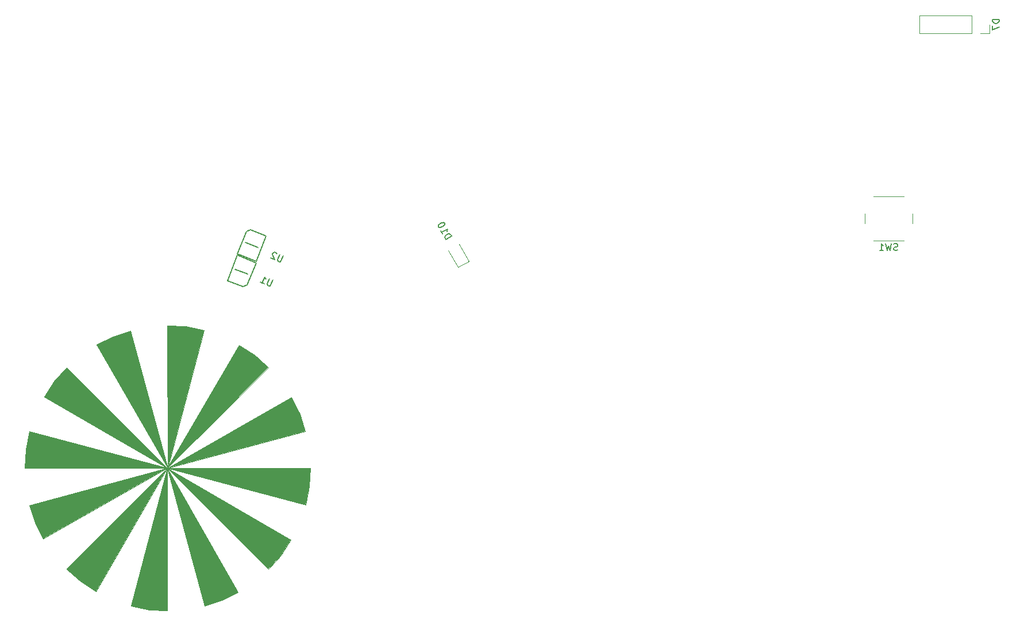
<source format=gbr>
G04 #@! TF.GenerationSoftware,KiCad,Pcbnew,(5.1.5-0-10_14)*
G04 #@! TF.CreationDate,2019-12-30T19:25:45+01:00*
G04 #@! TF.ProjectId,ErnoCCC,45726e6f-4343-4432-9e6b-696361645f70,rev?*
G04 #@! TF.SameCoordinates,Original*
G04 #@! TF.FileFunction,Legend,Bot*
G04 #@! TF.FilePolarity,Positive*
%FSLAX46Y46*%
G04 Gerber Fmt 4.6, Leading zero omitted, Abs format (unit mm)*
G04 Created by KiCad (PCBNEW (5.1.5-0-10_14)) date 2019-12-30 19:25:45*
%MOMM*%
%LPD*%
G04 APERTURE LIST*
%ADD10C,0.100000*%
%ADD11C,0.120000*%
%ADD12C,0.150000*%
G04 APERTURE END LIST*
D10*
G36*
X89034400Y-93066400D02*
G01*
X78595000Y-74803800D01*
X81008000Y-73610000D01*
X83548000Y-72771800D01*
X89034400Y-93066400D01*
G37*
X89034400Y-93066400D02*
X78595000Y-74803800D01*
X81008000Y-73610000D01*
X83548000Y-72771800D01*
X89034400Y-93066400D01*
G36*
X89009000Y-93041000D02*
G01*
X70848000Y-82500000D01*
X72321200Y-80214000D01*
X74150000Y-78182000D01*
X89009000Y-93041000D01*
G37*
X89009000Y-93041000D02*
X70848000Y-82500000D01*
X72321200Y-80214000D01*
X74150000Y-78182000D01*
X89009000Y-93041000D01*
G36*
X89034400Y-93015600D02*
G01*
X67976021Y-93041000D01*
X68104800Y-90335901D01*
X68663600Y-87630800D01*
X89034400Y-93015600D01*
G37*
X89034400Y-93015600D02*
X67976021Y-93041000D01*
X68104800Y-90335901D01*
X68663600Y-87630800D01*
X89034400Y-93015600D01*
G36*
X70721000Y-103455000D02*
G01*
X69527200Y-101042000D01*
X68689000Y-98502000D01*
X88983600Y-93015600D01*
X70721000Y-103455000D01*
G37*
X70721000Y-103455000D02*
X69527200Y-101042000D01*
X68689000Y-98502000D01*
X88983600Y-93015600D01*
X70721000Y-103455000D01*
G36*
X78468000Y-111202000D02*
G01*
X76182000Y-109728800D01*
X74150000Y-107900000D01*
X89009000Y-93041000D01*
X78468000Y-111202000D01*
G37*
X78468000Y-111202000D02*
X76182000Y-109728800D01*
X74150000Y-107900000D01*
X89009000Y-93041000D01*
X78468000Y-111202000D01*
G36*
X99423000Y-111329000D02*
G01*
X97010000Y-112522800D01*
X94470000Y-113361000D01*
X88983600Y-93066400D01*
X99423000Y-111329000D01*
G37*
X99423000Y-111329000D02*
X97010000Y-112522800D01*
X94470000Y-113361000D01*
X88983600Y-93066400D01*
X99423000Y-111329000D01*
G36*
X107170000Y-103582000D02*
G01*
X105696800Y-105868000D01*
X103868000Y-107900000D01*
X89009000Y-93041000D01*
X107170000Y-103582000D01*
G37*
X107170000Y-103582000D02*
X105696800Y-105868000D01*
X103868000Y-107900000D01*
X89009000Y-93041000D01*
X107170000Y-103582000D01*
G36*
X109913200Y-95746099D02*
G01*
X109354400Y-98451200D01*
X88983600Y-93066400D01*
X110041979Y-93041000D01*
X109913200Y-95746099D01*
G37*
X109913200Y-95746099D02*
X109354400Y-98451200D01*
X88983600Y-93066400D01*
X110041979Y-93041000D01*
X109913200Y-95746099D01*
G36*
X108490800Y-85040000D02*
G01*
X109329000Y-87580000D01*
X89034400Y-93066400D01*
X107297000Y-82627000D01*
X108490800Y-85040000D01*
G37*
X108490800Y-85040000D02*
X109329000Y-87580000D01*
X89034400Y-93066400D01*
X107297000Y-82627000D01*
X108490800Y-85040000D01*
G36*
X101836000Y-76353200D02*
G01*
X103868000Y-78182000D01*
X89009000Y-93041000D01*
X99550000Y-74880000D01*
X101836000Y-76353200D01*
G37*
X101836000Y-76353200D02*
X103868000Y-78182000D01*
X89009000Y-93041000D01*
X99550000Y-74880000D01*
X101836000Y-76353200D01*
G36*
X91714099Y-72136800D02*
G01*
X94419200Y-72695600D01*
X89034400Y-93066400D01*
X89009000Y-72008021D01*
X91714099Y-72136800D01*
G37*
X91714099Y-72136800D02*
X94419200Y-72695600D01*
X89034400Y-93066400D01*
X89009000Y-72008021D01*
X91714099Y-72136800D01*
G36*
X89009000Y-114073979D02*
G01*
X86303901Y-113945200D01*
X83598800Y-113386400D01*
X88983600Y-93015600D01*
X89009000Y-114073979D01*
G37*
X89009000Y-114073979D02*
X86303901Y-113945200D01*
X83598800Y-113386400D01*
X88983600Y-93015600D01*
X89009000Y-114073979D01*
D11*
X131853417Y-63428458D02*
X130410917Y-60929975D01*
X133429583Y-62518458D02*
X131853417Y-63428458D01*
X131987083Y-60019975D02*
X133429583Y-62518458D01*
D12*
X100527816Y-59773393D02*
X102382184Y-60522607D01*
X100626134Y-58195314D02*
X99315011Y-61440458D01*
X101277029Y-57919026D02*
X100626134Y-58195314D01*
X103548630Y-58836812D02*
X101277029Y-57919026D01*
X102096563Y-62564278D02*
X103548630Y-58836812D01*
X99315011Y-61440458D02*
X102096563Y-62564278D01*
X100858184Y-64459607D02*
X99003816Y-63710393D01*
X100759866Y-66037686D02*
X102070989Y-62792542D01*
X100108971Y-66313974D02*
X100759866Y-66037686D01*
X97837370Y-65396188D02*
X100108971Y-66313974D01*
X99289437Y-61668722D02*
X97837370Y-65396188D01*
X102070989Y-62792542D02*
X99289437Y-61668722D01*
D11*
X199820000Y-28966000D02*
X199820000Y-26306000D01*
X207500000Y-28966000D02*
X199820000Y-28966000D01*
X207500000Y-26306000D02*
X199820000Y-26306000D01*
X207500000Y-28966000D02*
X207500000Y-26306000D01*
X208770000Y-28966000D02*
X210100000Y-28966000D01*
X210100000Y-28966000D02*
X210100000Y-27636000D01*
X193006000Y-52997000D02*
X197506000Y-52997000D01*
X191756000Y-56997000D02*
X191756000Y-55497000D01*
X197506000Y-59497000D02*
X193006000Y-59497000D01*
X198756000Y-55497000D02*
X198756000Y-56997000D01*
D12*
X130028515Y-59352397D02*
X130894540Y-58852397D01*
X130775493Y-58646201D01*
X130662825Y-58546292D01*
X130532727Y-58511433D01*
X130426439Y-58517813D01*
X130237672Y-58571811D01*
X130113954Y-58643240D01*
X129972807Y-58779717D01*
X129914138Y-58868576D01*
X129879278Y-58998673D01*
X129909467Y-59146201D01*
X130028515Y-59352397D01*
X129266610Y-58032739D02*
X129552324Y-58527611D01*
X129409467Y-58280175D02*
X130275493Y-57780175D01*
X130199394Y-57934083D01*
X130164534Y-58064180D01*
X130170914Y-58170468D01*
X129823112Y-56996629D02*
X129775493Y-56914150D01*
X129686634Y-56855481D01*
X129621586Y-56838051D01*
X129515297Y-56844431D01*
X129326531Y-56898430D01*
X129120334Y-57017477D01*
X128979186Y-57153955D01*
X128920517Y-57242813D01*
X128903088Y-57307862D01*
X128909467Y-57414150D01*
X128957086Y-57496629D01*
X129045945Y-57555298D01*
X129110994Y-57572727D01*
X129217282Y-57566348D01*
X129406048Y-57512349D01*
X129612245Y-57393301D01*
X129753393Y-57256824D01*
X129812062Y-57167965D01*
X129829492Y-57102917D01*
X129823112Y-56996629D01*
X106067567Y-61753671D02*
X105764314Y-62504248D01*
X105684486Y-62574713D01*
X105622496Y-62601026D01*
X105516354Y-62609501D01*
X105339748Y-62538147D01*
X105269283Y-62458319D01*
X105242969Y-62396329D01*
X105234495Y-62290187D01*
X105537748Y-61539610D01*
X105104706Y-61467367D02*
X105078393Y-61405377D01*
X105007928Y-61325549D01*
X104787170Y-61236357D01*
X104681029Y-61244831D01*
X104619039Y-61271145D01*
X104539210Y-61341609D01*
X104503533Y-61429913D01*
X104494170Y-61580206D01*
X104809928Y-62324086D01*
X104235957Y-62092187D01*
X104543567Y-65309671D02*
X104240314Y-66060248D01*
X104160486Y-66130713D01*
X104098496Y-66157026D01*
X103992354Y-66165501D01*
X103815748Y-66094147D01*
X103745283Y-66014319D01*
X103718969Y-65952329D01*
X103710495Y-65846187D01*
X104013748Y-65095610D01*
X102711957Y-65648187D02*
X103241777Y-65862248D01*
X102976867Y-65755217D02*
X103351473Y-64828033D01*
X103386261Y-64996165D01*
X103438888Y-65120145D01*
X103509353Y-65199974D01*
X211552380Y-26897904D02*
X210552380Y-26897904D01*
X210552380Y-27136000D01*
X210600000Y-27278857D01*
X210695238Y-27374095D01*
X210790476Y-27421714D01*
X210980952Y-27469333D01*
X211123809Y-27469333D01*
X211314285Y-27421714D01*
X211409523Y-27374095D01*
X211504761Y-27278857D01*
X211552380Y-27136000D01*
X211552380Y-26897904D01*
X210552380Y-27802666D02*
X210552380Y-28469333D01*
X211552380Y-28040761D01*
X196589333Y-60901761D02*
X196446476Y-60949380D01*
X196208380Y-60949380D01*
X196113142Y-60901761D01*
X196065523Y-60854142D01*
X196017904Y-60758904D01*
X196017904Y-60663666D01*
X196065523Y-60568428D01*
X196113142Y-60520809D01*
X196208380Y-60473190D01*
X196398857Y-60425571D01*
X196494095Y-60377952D01*
X196541714Y-60330333D01*
X196589333Y-60235095D01*
X196589333Y-60139857D01*
X196541714Y-60044619D01*
X196494095Y-59997000D01*
X196398857Y-59949380D01*
X196160761Y-59949380D01*
X196017904Y-59997000D01*
X195684571Y-59949380D02*
X195446476Y-60949380D01*
X195256000Y-60235095D01*
X195065523Y-60949380D01*
X194827428Y-59949380D01*
X193922666Y-60949380D02*
X194494095Y-60949380D01*
X194208380Y-60949380D02*
X194208380Y-59949380D01*
X194303619Y-60092238D01*
X194398857Y-60187476D01*
X194494095Y-60235095D01*
M02*

</source>
